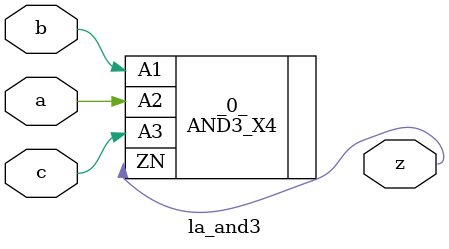
<source format=v>

/* Generated by Yosys 0.44 (git sha1 80ba43d26, g++ 11.4.0-1ubuntu1~22.04 -fPIC -O3) */

(* top =  1  *)
(* src = "inputs/la_and3.v:10.1-21.10" *)
module la_and3 (
    a,
    b,
    c,
    z
);
  (* src = "inputs/la_and3.v:13.12-13.13" *)
  input a;
  wire a;
  (* src = "inputs/la_and3.v:14.12-14.13" *)
  input b;
  wire b;
  (* src = "inputs/la_and3.v:15.12-15.13" *)
  input c;
  wire c;
  (* src = "inputs/la_and3.v:16.12-16.13" *)
  output z;
  wire z;
  AND3_X4 _0_ (
      .A1(b),
      .A2(a),
      .A3(c),
      .ZN(z)
  );
endmodule

</source>
